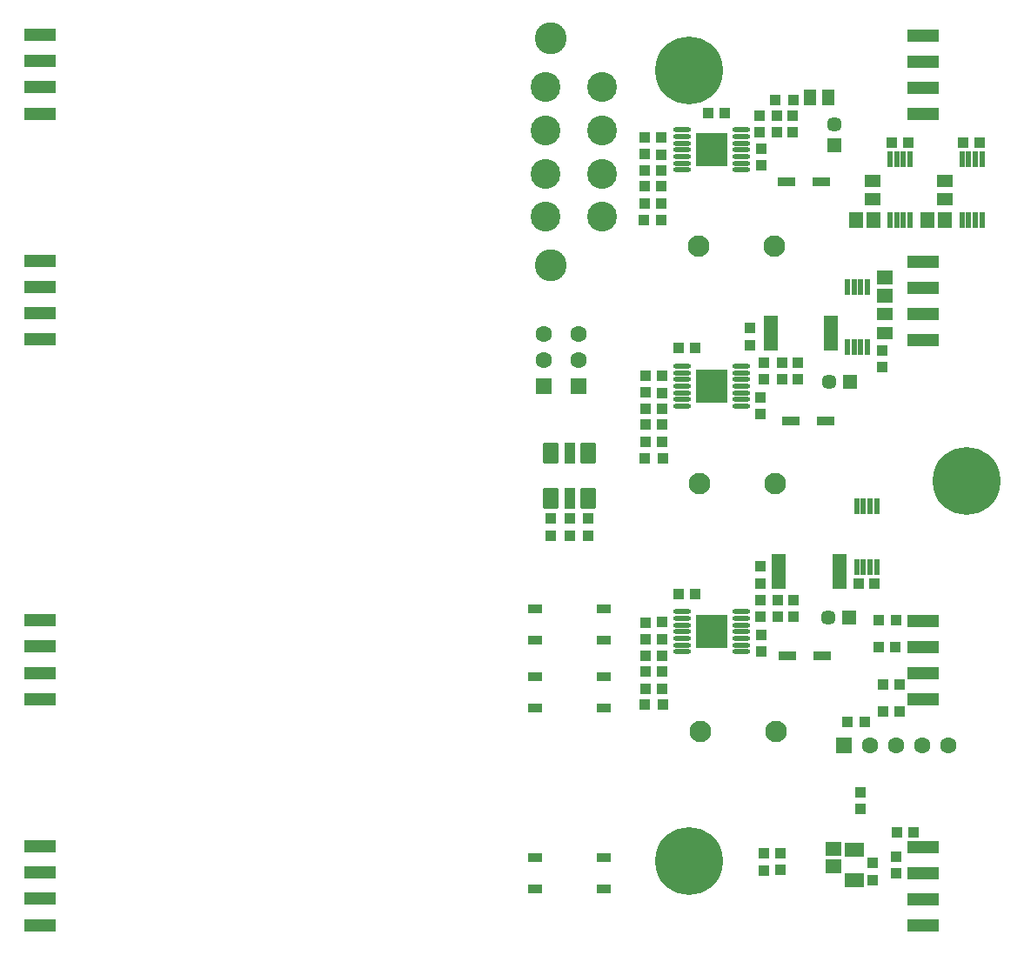
<source format=gts>
%FSLAX44Y44*%
%MOMM*%
G71*
G01*
G75*
G04 Layer_Color=8388736*
%ADD10R,3.0000X1.2000*%
%ADD11R,1.3000X0.8000*%
%ADD12R,1.0000X0.9000*%
%ADD13R,1.8000X1.3000*%
%ADD14R,1.0000X1.0000*%
%ADD15R,1.3000X1.5000*%
%ADD16R,1.5000X1.3000*%
%ADD17R,1.4000X1.2000*%
%ADD18R,1.6000X0.8000*%
%ADD19R,1.3000X3.4000*%
%ADD20R,0.9000X1.0000*%
%ADD21R,1.0000X1.0000*%
G04:AMPARAMS|DCode=22|XSize=1.4mm|YSize=2mm|CornerRadius=0.14mm|HoleSize=0mm|Usage=FLASHONLY|Rotation=0.000|XOffset=0mm|YOffset=0mm|HoleType=Round|Shape=RoundedRectangle|*
%AMROUNDEDRECTD22*
21,1,1.4000,1.7200,0,0,0.0*
21,1,1.1200,2.0000,0,0,0.0*
1,1,0.2800,0.5600,-0.8600*
1,1,0.2800,-0.5600,-0.8600*
1,1,0.2800,-0.5600,0.8600*
1,1,0.2800,0.5600,0.8600*
%
%ADD22ROUNDEDRECTD22*%
G04:AMPARAMS|DCode=23|XSize=1mm|YSize=2mm|CornerRadius=0.1mm|HoleSize=0mm|Usage=FLASHONLY|Rotation=0.000|XOffset=0mm|YOffset=0mm|HoleType=Round|Shape=RoundedRectangle|*
%AMROUNDEDRECTD23*
21,1,1.0000,1.8000,0,0,0.0*
21,1,0.8000,2.0000,0,0,0.0*
1,1,0.2000,0.4000,-0.9000*
1,1,0.2000,-0.4000,-0.9000*
1,1,0.2000,-0.4000,0.9000*
1,1,0.2000,0.4000,0.9000*
%
%ADD23ROUNDEDRECTD23*%
%ADD24R,1.2000X1.4000*%
G04:AMPARAMS|DCode=25|XSize=0.45mm|YSize=1.45mm|CornerRadius=0.045mm|HoleSize=0mm|Usage=FLASHONLY|Rotation=180.000|XOffset=0mm|YOffset=0mm|HoleType=Round|Shape=RoundedRectangle|*
%AMROUNDEDRECTD25*
21,1,0.4500,1.3600,0,0,180.0*
21,1,0.3600,1.4500,0,0,180.0*
1,1,0.0900,-0.1800,0.6800*
1,1,0.0900,0.1800,0.6800*
1,1,0.0900,0.1800,-0.6800*
1,1,0.0900,-0.1800,-0.6800*
%
%ADD25ROUNDEDRECTD25*%
%ADD26R,3.0000X3.1000*%
%ADD27O,1.6500X0.3500*%
%ADD28C,0.2000*%
%ADD29C,0.3500*%
%ADD30C,1.2000*%
%ADD31C,0.5000*%
%ADD32C,1.0000*%
%ADD33C,0.8000*%
%ADD34C,0.4500*%
%ADD35C,0.3000*%
%ADD36R,0.3000X1.4000*%
%ADD37R,1.1000X0.3000*%
%ADD38R,1.0000X0.5000*%
%ADD39R,1.5000X1.5000*%
%ADD40C,1.5000*%
%ADD41C,6.5000*%
%ADD42R,1.5000X1.5000*%
%ADD43R,1.3500X1.3500*%
%ADD44C,1.3500*%
%ADD45R,1.3500X1.3500*%
%ADD46C,2.8000*%
%ADD47C,3.0000*%
%ADD48C,2.0000*%
%ADD49C,0.6000*%
%ADD50C,0.5000*%
%ADD51R,0.6000X1.1500*%
G04:AMPARAMS|DCode=52|XSize=6.2mm|YSize=5.8mm|CornerRadius=0.29mm|HoleSize=0mm|Usage=FLASHONLY|Rotation=90.000|XOffset=0mm|YOffset=0mm|HoleType=Round|Shape=RoundedRectangle|*
%AMROUNDEDRECTD52*
21,1,6.2000,5.2200,0,0,90.0*
21,1,5.6200,5.8000,0,0,90.0*
1,1,0.5800,2.6100,2.8100*
1,1,0.5800,2.6100,-2.8100*
1,1,0.5800,-2.6100,-2.8100*
1,1,0.5800,-2.6100,2.8100*
%
%ADD52ROUNDEDRECTD52*%
G04:AMPARAMS|DCode=53|XSize=3mm|YSize=1.6mm|CornerRadius=0.08mm|HoleSize=0mm|Usage=FLASHONLY|Rotation=90.000|XOffset=0mm|YOffset=0mm|HoleType=Round|Shape=RoundedRectangle|*
%AMROUNDEDRECTD53*
21,1,3.0000,1.4400,0,0,90.0*
21,1,2.8400,1.6000,0,0,90.0*
1,1,0.1600,0.7200,1.4200*
1,1,0.1600,0.7200,-1.4200*
1,1,0.1600,-0.7200,-1.4200*
1,1,0.1600,-0.7200,1.4200*
%
%ADD53ROUNDEDRECTD53*%
%ADD54R,1.5000X0.6000*%
%ADD55R,1.1500X0.6000*%
%ADD56O,0.4500X2.1000*%
%ADD57R,2.4000X1.0000*%
%ADD58R,2.4000X3.3000*%
%ADD59R,1.3000X2.7000*%
%ADD60C,0.1540*%
%ADD61C,0.2500*%
%ADD62C,0.1000*%
%ADD63C,0.1270*%
%ADD64R,3.1000X1.3000*%
%ADD65R,1.4000X0.9000*%
%ADD66R,1.1000X1.0000*%
%ADD67R,1.9000X1.4000*%
%ADD68R,1.1000X1.1000*%
%ADD69R,1.4000X1.6000*%
%ADD70R,1.6000X1.4000*%
%ADD71R,1.7000X0.9000*%
%ADD72R,1.4000X3.5000*%
%ADD73R,1.0000X1.1000*%
%ADD74R,1.1000X1.1000*%
G04:AMPARAMS|DCode=75|XSize=1.5mm|YSize=2.1mm|CornerRadius=0.19mm|HoleSize=0mm|Usage=FLASHONLY|Rotation=0.000|XOffset=0mm|YOffset=0mm|HoleType=Round|Shape=RoundedRectangle|*
%AMROUNDEDRECTD75*
21,1,1.5000,1.7200,0,0,0.0*
21,1,1.1200,2.1000,0,0,0.0*
1,1,0.3800,0.5600,-0.8600*
1,1,0.3800,-0.5600,-0.8600*
1,1,0.3800,-0.5600,0.8600*
1,1,0.3800,0.5600,0.8600*
%
%ADD75ROUNDEDRECTD75*%
G04:AMPARAMS|DCode=76|XSize=1.1mm|YSize=2.1mm|CornerRadius=0.15mm|HoleSize=0mm|Usage=FLASHONLY|Rotation=0.000|XOffset=0mm|YOffset=0mm|HoleType=Round|Shape=RoundedRectangle|*
%AMROUNDEDRECTD76*
21,1,1.1000,1.8000,0,0,0.0*
21,1,0.8000,2.1000,0,0,0.0*
1,1,0.3000,0.4000,-0.9000*
1,1,0.3000,-0.4000,-0.9000*
1,1,0.3000,-0.4000,0.9000*
1,1,0.3000,0.4000,0.9000*
%
%ADD76ROUNDEDRECTD76*%
G04:AMPARAMS|DCode=77|XSize=0.55mm|YSize=1.55mm|CornerRadius=0.095mm|HoleSize=0mm|Usage=FLASHONLY|Rotation=180.000|XOffset=0mm|YOffset=0mm|HoleType=Round|Shape=RoundedRectangle|*
%AMROUNDEDRECTD77*
21,1,0.5500,1.3600,0,0,180.0*
21,1,0.3600,1.5500,0,0,180.0*
1,1,0.1900,-0.1800,0.6800*
1,1,0.1900,0.1800,0.6800*
1,1,0.1900,0.1800,-0.6800*
1,1,0.1900,-0.1800,-0.6800*
%
%ADD77ROUNDEDRECTD77*%
%ADD78R,3.1000X3.2000*%
%ADD79O,1.7500X0.4500*%
%ADD80R,1.6000X1.6000*%
%ADD81C,1.6000*%
%ADD82C,6.6000*%
%ADD83R,1.6000X1.6000*%
%ADD84R,1.4500X1.4500*%
%ADD85C,1.4500*%
%ADD86R,1.4500X1.4500*%
%ADD87C,2.9000*%
%ADD88C,3.1000*%
%ADD89C,2.1000*%
D15*
X806000Y873000D02*
D03*
X788000D02*
D03*
D16*
X861000Y644000D02*
D03*
Y662000D02*
D03*
X919000Y792000D02*
D03*
Y774000D02*
D03*
X849000Y792000D02*
D03*
Y774000D02*
D03*
D64*
X39000Y934000D02*
D03*
Y908500D02*
D03*
Y883000D02*
D03*
Y857500D02*
D03*
Y637500D02*
D03*
Y663000D02*
D03*
Y688500D02*
D03*
Y714000D02*
D03*
Y287500D02*
D03*
Y313000D02*
D03*
Y338500D02*
D03*
Y364000D02*
D03*
Y144000D02*
D03*
Y118500D02*
D03*
Y93000D02*
D03*
Y67500D02*
D03*
X898000Y67000D02*
D03*
Y92500D02*
D03*
Y118000D02*
D03*
Y143500D02*
D03*
Y287000D02*
D03*
Y312500D02*
D03*
Y338000D02*
D03*
Y363500D02*
D03*
Y637000D02*
D03*
Y662500D02*
D03*
Y688000D02*
D03*
Y713500D02*
D03*
Y857000D02*
D03*
Y882500D02*
D03*
Y908000D02*
D03*
Y933500D02*
D03*
D65*
X587750Y375000D02*
D03*
Y345000D02*
D03*
X520250D02*
D03*
Y375000D02*
D03*
X587750Y133000D02*
D03*
Y103000D02*
D03*
X520250D02*
D03*
Y133000D02*
D03*
X587750Y309000D02*
D03*
Y279000D02*
D03*
X520250D02*
D03*
Y309000D02*
D03*
D66*
X743000Y137500D02*
D03*
Y120500D02*
D03*
X730000Y648500D02*
D03*
Y631500D02*
D03*
X849000Y111500D02*
D03*
Y128500D02*
D03*
X644000Y297500D02*
D03*
Y314500D02*
D03*
X628000Y314500D02*
D03*
Y297500D02*
D03*
X740000Y416500D02*
D03*
Y399500D02*
D03*
X536000Y463500D02*
D03*
Y446500D02*
D03*
X554000Y463500D02*
D03*
Y446500D02*
D03*
X572000Y463500D02*
D03*
Y446500D02*
D03*
X643000Y817500D02*
D03*
Y834500D02*
D03*
X644000Y537500D02*
D03*
Y554500D02*
D03*
X628000Y554500D02*
D03*
Y537500D02*
D03*
X627000Y786500D02*
D03*
Y769500D02*
D03*
X643000Y769500D02*
D03*
Y786500D02*
D03*
X644000Y585500D02*
D03*
Y602500D02*
D03*
Y345500D02*
D03*
Y362500D02*
D03*
D67*
X831000Y140500D02*
D03*
Y111500D02*
D03*
D68*
X884000Y829000D02*
D03*
X868000D02*
D03*
X953000Y829000D02*
D03*
X937000D02*
D03*
X705000Y858000D02*
D03*
X689000D02*
D03*
X676000Y629000D02*
D03*
X660000D02*
D03*
X676000Y390000D02*
D03*
X660000D02*
D03*
X835000Y400000D02*
D03*
X851000D02*
D03*
X871000Y338000D02*
D03*
X855000D02*
D03*
X643000Y802000D02*
D03*
X627000D02*
D03*
X644000Y570000D02*
D03*
X628000D02*
D03*
X644000Y330000D02*
D03*
X628000D02*
D03*
X859000Y302000D02*
D03*
X875000D02*
D03*
X859000Y275000D02*
D03*
X875000D02*
D03*
X873000Y157613D02*
D03*
X889000D02*
D03*
D69*
X849500Y754000D02*
D03*
X832500D02*
D03*
X902500D02*
D03*
X919500D02*
D03*
D70*
X861000Y680500D02*
D03*
Y697500D02*
D03*
X811000Y124500D02*
D03*
Y141500D02*
D03*
D71*
X765000Y791000D02*
D03*
X799000D02*
D03*
X769000Y558000D02*
D03*
X803000D02*
D03*
X766000Y330000D02*
D03*
X800000D02*
D03*
D72*
X749500Y644000D02*
D03*
X808500D02*
D03*
X757500Y412000D02*
D03*
X816500D02*
D03*
D73*
X743500Y615000D02*
D03*
X760500D02*
D03*
X760500Y599000D02*
D03*
X743500D02*
D03*
X841500Y265000D02*
D03*
X824500D02*
D03*
X739500Y384000D02*
D03*
X756500D02*
D03*
Y368000D02*
D03*
X739500D02*
D03*
X771500Y871000D02*
D03*
X754500D02*
D03*
X738500Y855000D02*
D03*
X755500D02*
D03*
X755500Y839000D02*
D03*
X738500D02*
D03*
X626500Y754000D02*
D03*
X643500D02*
D03*
X871500Y364000D02*
D03*
X854500D02*
D03*
X627500Y522000D02*
D03*
X644500D02*
D03*
X627500Y282000D02*
D03*
X644500D02*
D03*
D74*
X740000Y565000D02*
D03*
Y581000D02*
D03*
X776000Y615000D02*
D03*
Y599000D02*
D03*
X837000Y197000D02*
D03*
Y181000D02*
D03*
X759000Y121000D02*
D03*
Y137000D02*
D03*
X772000Y384000D02*
D03*
Y368000D02*
D03*
X741000Y334000D02*
D03*
Y350000D02*
D03*
X771000Y855000D02*
D03*
Y839000D02*
D03*
X741000Y807000D02*
D03*
Y823000D02*
D03*
X627000Y818000D02*
D03*
Y834000D02*
D03*
X628000Y586000D02*
D03*
Y602000D02*
D03*
X628000Y346000D02*
D03*
Y362000D02*
D03*
X858000Y611000D02*
D03*
Y627000D02*
D03*
X872000Y134000D02*
D03*
Y118000D02*
D03*
D75*
X536000Y527000D02*
D03*
X572000D02*
D03*
Y483000D02*
D03*
X536000D02*
D03*
D76*
X554000D02*
D03*
Y527000D02*
D03*
D77*
X844000Y630000D02*
D03*
X837500D02*
D03*
X831000D02*
D03*
X824500D02*
D03*
Y689000D02*
D03*
X831000D02*
D03*
X837500D02*
D03*
X844000D02*
D03*
X852999Y416000D02*
D03*
X846499D02*
D03*
X839999D02*
D03*
X833499D02*
D03*
Y475000D02*
D03*
X839999D02*
D03*
X846499D02*
D03*
X852999D02*
D03*
X936000Y813000D02*
D03*
X942500D02*
D03*
X949000D02*
D03*
X955500D02*
D03*
Y754000D02*
D03*
X949000D02*
D03*
X942500D02*
D03*
X936000D02*
D03*
X866000Y813000D02*
D03*
X872500D02*
D03*
X879000D02*
D03*
X885500D02*
D03*
Y754000D02*
D03*
X879000D02*
D03*
X872500D02*
D03*
X866000D02*
D03*
D78*
X692000Y822000D02*
D03*
X692000Y592000D02*
D03*
Y353000D02*
D03*
D79*
X720750Y802500D02*
D03*
Y809000D02*
D03*
Y815500D02*
D03*
Y822000D02*
D03*
Y828500D02*
D03*
Y835000D02*
D03*
Y841500D02*
D03*
X663250Y802500D02*
D03*
Y809000D02*
D03*
Y815500D02*
D03*
Y822000D02*
D03*
Y828500D02*
D03*
Y835000D02*
D03*
Y841500D02*
D03*
X720750Y572500D02*
D03*
Y579000D02*
D03*
Y585500D02*
D03*
Y592000D02*
D03*
Y598500D02*
D03*
Y605000D02*
D03*
Y611500D02*
D03*
X663250Y572500D02*
D03*
Y579000D02*
D03*
Y585500D02*
D03*
Y592000D02*
D03*
Y598500D02*
D03*
Y605000D02*
D03*
Y611500D02*
D03*
X720750Y333500D02*
D03*
Y340000D02*
D03*
Y346500D02*
D03*
Y353000D02*
D03*
Y359500D02*
D03*
Y366000D02*
D03*
Y372500D02*
D03*
X663250Y333500D02*
D03*
Y340000D02*
D03*
Y346500D02*
D03*
Y353000D02*
D03*
Y359500D02*
D03*
Y366000D02*
D03*
Y372500D02*
D03*
D80*
X563000Y592000D02*
D03*
X529000D02*
D03*
D81*
X563000Y617400D02*
D03*
Y642800D02*
D03*
X922600Y242000D02*
D03*
X897200D02*
D03*
X871800D02*
D03*
X846400D02*
D03*
X529000Y642800D02*
D03*
Y617400D02*
D03*
D82*
X940000Y500000D02*
D03*
X670000Y130000D02*
D03*
Y899000D02*
D03*
D83*
X821000Y242000D02*
D03*
D84*
X826000Y367000D02*
D03*
X827000Y596000D02*
D03*
D85*
X806000Y367000D02*
D03*
X812000Y847000D02*
D03*
X807000Y596000D02*
D03*
D86*
X812000Y827000D02*
D03*
D87*
X586000Y883000D02*
D03*
Y841000D02*
D03*
Y799000D02*
D03*
Y757000D02*
D03*
X531000Y883000D02*
D03*
Y841000D02*
D03*
Y799000D02*
D03*
Y757000D02*
D03*
D88*
X535500Y930500D02*
D03*
Y709500D02*
D03*
D89*
X753000Y728000D02*
D03*
X679250D02*
D03*
X754000Y497000D02*
D03*
X680250D02*
D03*
X755000Y256000D02*
D03*
X681250D02*
D03*
M02*

</source>
